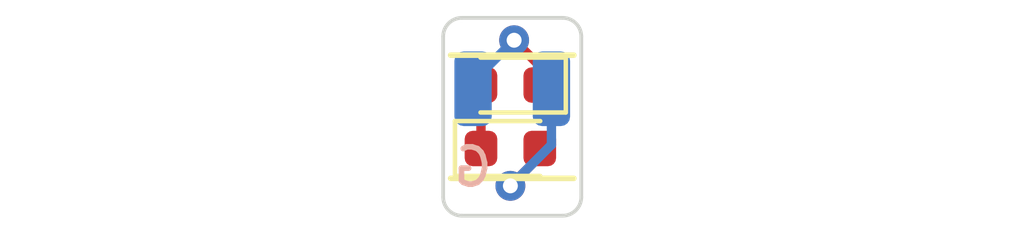
<source format=kicad_pcb>
(kicad_pcb (version 20211014) (generator pcbnew)
  (title_block (comment 4 "AISLER Project ID: DXIHIPTI"))
  (layers (0 "F.Cu" signal) (31 "B.Cu" signal) (34 "B.Paste" user) (35 "F.Paste" user) (36 "B.SilkS" user "B.Silkscreen") (37 "F.SilkS" user "F.Silkscreen") (38 "B.Mask" user) (39 "F.Mask" user) (44 "Edge.Cuts" user))
  (net 0 "")
  (net 1 "GND")
  (net 2 "VCC")
  (net 3 "Net-(D2-Pad2)")
  (footprint "LED_SMD:LED_0603_1608Metric" (layer "F.Cu") (at 139.8 82.5)
    (fp_text reference "D1" hide)
    (fp_text value "LED")
    (fp_line (start -1.485 -0.735) (end -1.485 0.735) (layer "F.SilkS") (width 0.12))
    (fp_line (start 0.8 -0.735) (end -1.485 -0.735) (layer "F.SilkS") (width 0.12))
    (fp_line (start -1.485 0.735) (end 0.8 0.735) (layer "F.SilkS") (width 0.12))
    (pad "1" smd roundrect (at -0.7875 0) (size 0.875 0.95) (layers "F.Cu" "F.Paste" "F.Mask") (net 3 "Net-(D2-Pad2)"))
    (pad "2" smd roundrect (at 0.7875 0) (size 0.875 0.95) (layers "F.Cu" "F.Paste" "F.Mask") (net 2 "VCC"))
  )
  (footprint "LED_SMD:LED_0603_1608Metric" (layer "F.Cu") (at 139.8 80.8 180)
    (fp_text reference "D2" hide)
    (fp_text value "LED")
    (fp_line (start 0.8 -0.735) (end -1.485 -0.735) (layer "F.SilkS") (width 0.12))
    (fp_line (start -1.485 -0.735) (end -1.485 0.735) (layer "F.SilkS") (width 0.12))
    (fp_line (start -1.485 0.735) (end 0.8 0.735) (layer "F.SilkS") (width 0.12))
    (pad "1" smd roundrect (at -0.7875 0 180) (size 0.875 0.95) (layers "F.Cu" "F.Paste" "F.Mask") (net 1 "GND"))
    (pad "2" smd roundrect (at 0.7875 0 180) (size 0.875 0.95) (layers "F.Cu" "F.Paste" "F.Mask") (net 3 "Net-(D2-Pad2)"))
  )
  (footprint "Connector_Wire:SolderWirePad_1x01_SMD_1x2mm" (layer "B.Cu") (at 140.9 80.9 180)
    (fp_text reference "V" hide)
    (fp_text value "SolderWirePad_1x01_SMD_1x2mm")
    (pad "1" smd roundrect (at 0 0 180) (size 1 2) (layers "B.Cu" "B.Paste" "B.Mask") (net 2 "VCC"))
  )
  (footprint "Connector_Wire:SolderWirePad_1x01_SMD_1x2mm" (layer "B.Cu") (at 138.8 80.9 180)
    (fp_text reference "G" (at 0 -2.1) (layer "B.SilkS") (effects (justify mirror)))
    (fp_text value "SolderWirePad_1x01_SMD_1x2mm")
    (pad "1" smd roundrect (at 0 0 180) (size 1 2) (layers "B.Cu" "B.Paste" "B.Mask") (net 1 "GND"))
  )
  (gr_line (start 141.5 80) (end 138.2 80) (layer "F.SilkS") (width 0.15))
  (gr_line (start 141.5 83.3) (end 138.2 83.3) (layer "F.SilkS") (width 0.15))
  (gr_line (start 138.5 79) (end 141.2 79) (layer "Edge.Cuts") (width 0.1))
  (gr_arc (start 138 79.5) (mid 138.146447 79.146447) (end 138.5 79) (layer "Edge.Cuts") (width 0.1))
  (gr_line (start 141.7 79.5) (end 141.7 83.8) (layer "Edge.Cuts") (width 0.1))
  (gr_line (start 138 83.8) (end 138 79.5) (layer "Edge.Cuts") (width 0.1))
  (gr_arc (start 141.2 79) (mid 141.553553 79.146447) (end 141.7 79.5) (layer "Edge.Cuts") (width 0.1))
  (gr_arc (start 141.7 83.8) (mid 141.553553 84.153553) (end 141.2 84.3) (layer "Edge.Cuts") (width 0.1))
  (gr_line (start 141.2 84.3) (end 138.5 84.3) (layer "Edge.Cuts") (width 0.1))
  (gr_arc (start 138.5 84.3) (mid 138.146447 84.153553) (end 138 83.8) (layer "Edge.Cuts") (width 0.1))
  (segment (start 139.9 79.6) (end 140.5875 80.2875) (width 0.25) (layer "F.Cu") (net 1))
  (segment (start 140.5875 80.2875) (end 140.5875 80.8) (width 0.25) (layer "F.Cu") (net 1))
  (via (at 139.9 79.6) (size 0.8) (drill 0.4) (layers "F.Cu" "B.Cu") (net 1))
  (segment (start 138.8 80.7) (end 139.9 79.6) (width 0.25) (layer "B.Cu") (net 1))
  (segment (start 138.8 80.9) (end 138.8 80.7) (width 0.25) (layer "B.Cu") (net 1))
  (segment (start 140.5875 82.7125) (end 139.8 83.5) (width 0.25) (layer "F.Cu") (net 2))
  (segment (start 140.5875 82.5) (end 140.5875 82.7125) (width 0.25) (layer "F.Cu") (net 2))
  (via (at 139.8 83.5) (size 0.8) (drill 0.4) (layers "F.Cu" "B.Cu") (net 2))
  (segment (start 139.8 83.5) (end 140.9 82.4) (width 0.25) (layer "B.Cu") (net 2))
  (segment (start 140.9 82.4) (end 140.9 80.9) (width 0.25) (layer "B.Cu") (net 2))
  (segment (start 139.025 82.5) (end 139.025 82.556539) (width 0.25) (layer "F.Cu") (net 3))
  (segment (start 139.0125 80.8) (end 139.0125 82.5) (width 0.25) (layer "F.Cu") (net 3))
)
</source>
